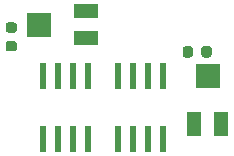
<source format=gbr>
%TF.GenerationSoftware,KiCad,Pcbnew,(5.1.6)-1*%
%TF.CreationDate,2020-09-06T17:04:42-07:00*%
%TF.ProjectId,frontendtest,66726f6e-7465-46e6-9474-6573742e6b69,rev?*%
%TF.SameCoordinates,Original*%
%TF.FileFunction,Paste,Top*%
%TF.FilePolarity,Positive*%
%FSLAX46Y46*%
G04 Gerber Fmt 4.6, Leading zero omitted, Abs format (unit mm)*
G04 Created by KiCad (PCBNEW (5.1.6)-1) date 2020-09-06 17:04:42*
%MOMM*%
%LPD*%
G01*
G04 APERTURE LIST*
%ADD10R,0.600000X2.200000*%
%ADD11R,2.000000X1.300000*%
%ADD12R,2.000000X2.000000*%
%ADD13R,1.300000X2.000000*%
G04 APERTURE END LIST*
%TO.C,R1*%
G36*
G01*
X94646000Y-113789750D02*
X94646000Y-114302250D01*
G75*
G02*
X94427250Y-114521000I-218750J0D01*
G01*
X93989750Y-114521000D01*
G75*
G02*
X93771000Y-114302250I0J218750D01*
G01*
X93771000Y-113789750D01*
G75*
G02*
X93989750Y-113571000I218750J0D01*
G01*
X94427250Y-113571000D01*
G75*
G02*
X94646000Y-113789750I0J-218750D01*
G01*
G37*
G36*
G01*
X96221000Y-113789750D02*
X96221000Y-114302250D01*
G75*
G02*
X96002250Y-114521000I-218750J0D01*
G01*
X95564750Y-114521000D01*
G75*
G02*
X95346000Y-114302250I0J218750D01*
G01*
X95346000Y-113789750D01*
G75*
G02*
X95564750Y-113571000I218750J0D01*
G01*
X96002250Y-113571000D01*
G75*
G02*
X96221000Y-113789750I0J-218750D01*
G01*
G37*
%TD*%
%TO.C,C1*%
G36*
G01*
X79504250Y-112426000D02*
X78991750Y-112426000D01*
G75*
G02*
X78773000Y-112207250I0J218750D01*
G01*
X78773000Y-111769750D01*
G75*
G02*
X78991750Y-111551000I218750J0D01*
G01*
X79504250Y-111551000D01*
G75*
G02*
X79723000Y-111769750I0J-218750D01*
G01*
X79723000Y-112207250D01*
G75*
G02*
X79504250Y-112426000I-218750J0D01*
G01*
G37*
G36*
G01*
X79504250Y-114001000D02*
X78991750Y-114001000D01*
G75*
G02*
X78773000Y-113782250I0J218750D01*
G01*
X78773000Y-113344750D01*
G75*
G02*
X78991750Y-113126000I218750J0D01*
G01*
X79504250Y-113126000D01*
G75*
G02*
X79723000Y-113344750I0J-218750D01*
G01*
X79723000Y-113782250D01*
G75*
G02*
X79504250Y-114001000I-218750J0D01*
G01*
G37*
%TD*%
D10*
%TO.C,U2*%
X92075000Y-121445000D03*
X92075000Y-116045000D03*
X90805000Y-121445000D03*
X90805000Y-116045000D03*
X89535000Y-121445000D03*
X89535000Y-116045000D03*
X88265000Y-121445000D03*
X88265000Y-116045000D03*
%TD*%
%TO.C,U1*%
X85725000Y-121445000D03*
X85725000Y-116045000D03*
X84455000Y-121445000D03*
X84455000Y-116045000D03*
X83185000Y-121445000D03*
X83185000Y-116045000D03*
X81915000Y-121445000D03*
X81915000Y-116045000D03*
%TD*%
D11*
%TO.C,1M1*%
X85566000Y-110610000D03*
D12*
X81566000Y-111760000D03*
D11*
X85566000Y-112910000D03*
%TD*%
D13*
%TO.C,100k1*%
X97035000Y-120110000D03*
D12*
X95885000Y-116110000D03*
D13*
X94735000Y-120110000D03*
%TD*%
M02*

</source>
